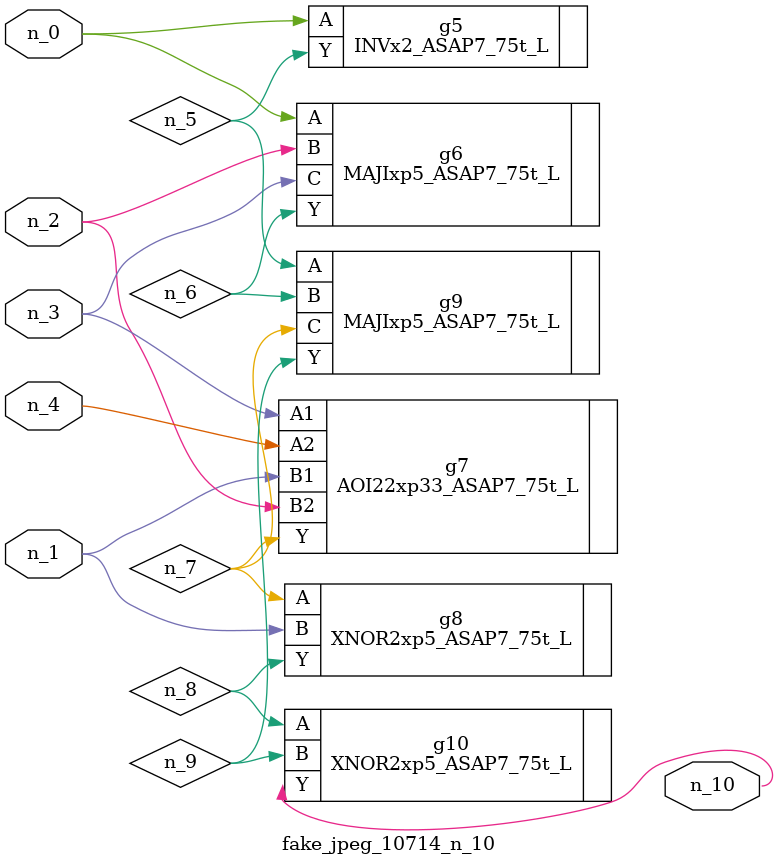
<source format=v>
module fake_jpeg_10714_n_10 (n_3, n_2, n_1, n_0, n_4, n_10);

input n_3;
input n_2;
input n_1;
input n_0;
input n_4;

output n_10;

wire n_8;
wire n_9;
wire n_6;
wire n_5;
wire n_7;

INVx2_ASAP7_75t_L g5 ( 
.A(n_0),
.Y(n_5)
);

MAJIxp5_ASAP7_75t_L g6 ( 
.A(n_0),
.B(n_2),
.C(n_3),
.Y(n_6)
);

AOI22xp33_ASAP7_75t_L g7 ( 
.A1(n_3),
.A2(n_4),
.B1(n_1),
.B2(n_2),
.Y(n_7)
);

XNOR2xp5_ASAP7_75t_L g8 ( 
.A(n_7),
.B(n_1),
.Y(n_8)
);

XNOR2xp5_ASAP7_75t_L g10 ( 
.A(n_8),
.B(n_9),
.Y(n_10)
);

MAJIxp5_ASAP7_75t_L g9 ( 
.A(n_5),
.B(n_6),
.C(n_7),
.Y(n_9)
);


endmodule
</source>
